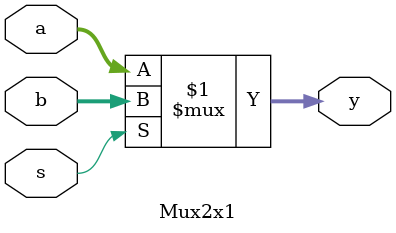
<source format=sv>
module Mux2x1 (a,b,s,y);
input [31:0]a,b;
input s;
output [31:0]y;

assign y = s ? b:a;

endmodule
</source>
